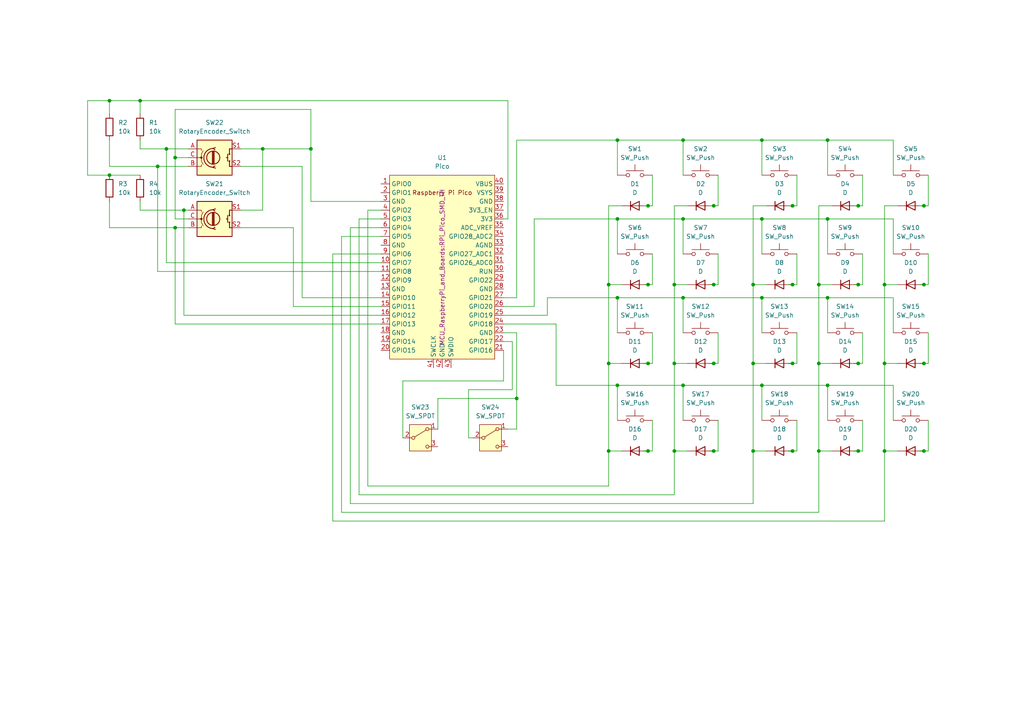
<source format=kicad_sch>
(kicad_sch (version 20231120) (generator "eeschema") (generator_version "8.0")
  (paper "A4")
  (title_block (title "FS MFD") (date "2024-07-09") (rev "1.0 revA") (company "Gustaf Lindström"))
  (lib_symbols
    (symbol "Device:D" (pin_numbers hide) (pin_names (offset 1.016) hide)
      (property "Reference" "D" (at 0 2.54 0))
      (property "Value" "D" (at 0 -2.54 0))
      (symbol "D_0_1"
        (polyline (pts (xy -1.27 1.27) (xy -1.27 -1.27)) (stroke (width 0.254)))
        (polyline (pts (xy 1.27 0) (xy -1.27 0)))
        (polyline (pts (xy 1.27 1.27) (xy 1.27 -1.27) (xy -1.27 0) (xy 1.27 1.27)) (stroke (width 0.254)))
      )
      (symbol "D_1_1"
        (pin passive line (at -3.81 0 0) (length 2.54) (name "K") (number "1"))
        (pin passive line (at 3.81 0 180) (length 2.54) (name "A") (number "2"))
      )
    )
    (symbol "Device:R" (pin_numbers hide) (pin_names (offset 0))
      (property "Reference" "R" (at 2.032 0 90))
      (property "Value" "R" (at 0 0 90))
      (symbol "R_0_1"
        (rectangle (start -1.016 -2.54) (end 1.016 2.54) (stroke (width 0.254)))
      )
      (symbol "R_1_1"
        (pin passive line (at 0 3.81 270) (length 1.27) (name "~") (number "1"))
        (pin passive line (at 0 -3.81 90) (length 1.27) (name "~") (number "2"))
      )
    )
    (symbol "Device:RotaryEncoder_Switch" (pin_names (offset 0.254) hide)
      (property "Reference" "SW" (at 0 6.604 0))
      (property "Value" "RotaryEncoder_Switch" (at 0 -6.604 0))
      (symbol "RotaryEncoder_Switch_0_1"
        (rectangle (start -5.08 5.08) (end 5.08 -5.08) (stroke (width 0.254)) (fill (type background)))
        (circle (center -3.81 0) (radius 0.254) (fill (type outline)))
        (circle (center -0.381 0) (radius 1.905) (stroke (width 0.254)))
        (arc (start -0.381 2.667) (mid -3.0988 -0.0635) (end -0.381 -2.794) (stroke (width 0.254)))
        (polyline (pts (xy -0.635 -1.778) (xy -0.635 1.778)) (stroke (width 0.254)))
        (polyline (pts (xy -0.381 -1.778) (xy -0.381 1.778)) (stroke (width 0.254)))
        (polyline (pts (xy -0.127 1.778) (xy -0.127 -1.778)) (stroke (width 0.254)))
        (polyline (pts (xy 3.81 0) (xy 3.429 0)) (stroke (width 0.254)))
        (polyline (pts (xy 3.81 1.016) (xy 3.81 -1.016)) (stroke (width 0.254)))
        (polyline (pts (xy -5.08 -2.54) (xy -3.81 -2.54) (xy -3.81 -2.032)))
        (polyline (pts (xy -5.08 2.54) (xy -3.81 2.54) (xy -3.81 2.032)))
        (polyline (pts (xy 0.254 -3.048) (xy -0.508 -2.794) (xy 0.127 -2.413)) (stroke (width 0.254)))
        (polyline (pts (xy 0.254 2.921) (xy -0.508 2.667) (xy 0.127 2.286)) (stroke (width 0.254)))
        (polyline (pts (xy 5.08 -2.54) (xy 4.318 -2.54) (xy 4.318 -1.016)) (stroke (width 0.254)))
        (polyline (pts (xy 5.08 2.54) (xy 4.318 2.54) (xy 4.318 1.016)) (stroke (width 0.254)))
        (polyline (pts (xy -5.08 0) (xy -3.81 0) (xy -3.81 -1.016) (xy -3.302 -2.032)))
        (polyline (pts (xy -4.318 0) (xy -3.81 0) (xy -3.81 1.016) (xy -3.302 2.032)))
        (circle (center 4.318 -1.016) (radius 0.127) (stroke (width 0.254)))
        (circle (center 4.318 1.016) (radius 0.127) (stroke (width 0.254)))
      )
      (symbol "RotaryEncoder_Switch_1_1"
        (pin passive line (at -7.62 2.54 0) (length 2.54) (name "A") (number "A"))
        (pin passive line (at -7.62 -2.54 0) (length 2.54) (name "B") (number "B"))
        (pin passive line (at -7.62 0 0) (length 2.54) (name "C") (number "C"))
        (pin passive line (at 7.62 2.54 180) (length 2.54) (name "S1") (number "S1"))
        (pin passive line (at 7.62 -2.54 180) (length 2.54) (name "S2") (number "S2"))
      )
    )
    (symbol "MCU_RaspberryPi_and_Boards:Pico"
      (property "Reference" "U" (at -13.97 27.94 0))
      (property "Value" "Pico" (at 0 19.05 0))
      (symbol "Pico_0_0"
        (text "Raspberry Pi Pico" (at 0 21.59 0) (effects (font (size 1.27 1.27))))
      )
      (symbol "Pico_0_1"
        (rectangle (start -15.24 26.67) (end 15.24 -26.67) (fill (type background)))
      )
      (symbol "Pico_1_1"
        (pin bidirectional line (at -17.78 24.13 0) (length 2.54) (name "GPIO0") (number "1"))
        (pin bidirectional line (at -17.78 1.27 0) (length 2.54) (name "GPIO7") (number "10"))
        (pin bidirectional line (at -17.78 -1.27 0) (length 2.54) (name "GPIO8") (number "11"))
        (pin bidirectional line (at -17.78 -3.81 0) (length 2.54) (name "GPIO9") (number "12"))
        (pin power_in line (at -17.78 -6.35 0) (length 2.54) (name "GND") (number "13"))
        (pin bidirectional line (at -17.78 -8.89 0) (length 2.54) (name "GPIO10") (number "14"))
        (pin bidirectional line (at -17.78 -11.43 0) (length 2.54) (name "GPIO11") (number "15"))
        (pin bidirectional line (at -17.78 -13.97 0) (length 2.54) (name "GPIO12") (number "16"))
        (pin bidirectional line (at -17.78 -16.51 0) (length 2.54) (name "GPIO13") (number "17"))
        (pin power_in line (at -17.78 -19.05 0) (length 2.54) (name "GND") (number "18"))
        (pin bidirectional line (at -17.78 -21.59 0) (length 2.54) (name "GPIO14") (number "19"))
        (pin bidirectional line (at -17.78 21.59 0) (length 2.54) (name "GPIO1") (number "2"))
        (pin bidirectional line (at -17.78 -24.13 0) (length 2.54) (name "GPIO15") (number "20"))
        (pin bidirectional line (at 17.78 -24.13 180) (length 2.54) (name "GPIO16") (number "21"))
        (pin bidirectional line (at 17.78 -21.59 180) (length 2.54) (name "GPIO17") (number "22"))
        (pin power_in line (at 17.78 -19.05 180) (length 2.54) (name "GND") (number "23"))
        (pin bidirectional line (at 17.78 -16.51 180) (length 2.54) (name "GPIO18") (number "24"))
        (pin bidirectional line (at 17.78 -13.97 180) (length 2.54) (name "GPIO19") (number "25"))
        (pin bidirectional line (at 17.78 -11.43 180) (length 2.54) (name "GPIO20") (number "26"))
        (pin bidirectional line (at 17.78 -8.89 180) (length 2.54) (name "GPIO21") (number "27"))
        (pin power_in line (at 17.78 -6.35 180) (length 2.54) (name "GND") (number "28"))
        (pin bidirectional line (at 17.78 -3.81 180) (length 2.54) (name "GPIO22") (number "29"))
        (pin power_in line (at -17.78 19.05 0) (length 2.54) (name "GND") (number "3"))
        (pin input line (at 17.78 -1.27 180) (length 2.54) (name "RUN") (number "30"))
        (pin bidirectional line (at 17.78 1.27 180) (length 2.54) (name "GPIO26_ADC0") (number "31"))
        (pin bidirectional line (at 17.78 3.81 180) (length 2.54) (name "GPIO27_ADC1") (number "32"))
        (pin power_in line (at 17.78 6.35 180) (length 2.54) (name "AGND") (number "33"))
        (pin bidirectional line (at 17.78 8.89 180) (length 2.54) (name "GPIO28_ADC2") (number "34"))
        (pin power_in line (at 17.78 11.43 180) (length 2.54) (name "ADC_VREF") (number "35"))
        (pin power_in line (at 17.78 13.97 180) (length 2.54) (name "3V3") (number "36"))
        (pin input line (at 17.78 16.51 180) (length 2.54) (name "3V3_EN") (number "37"))
        (pin bidirectional line (at 17.78 19.05 180) (length 2.54) (name "GND") (number "38"))
        (pin power_in line (at 17.78 21.59 180) (length 2.54) (name "VSYS") (number "39"))
        (pin bidirectional line (at -17.78 16.51 0) (length 2.54) (name "GPIO2") (number "4"))
        (pin power_in line (at 17.78 24.13 180) (length 2.54) (name "VBUS") (number "40"))
        (pin input line (at -2.54 -29.21 90) (length 2.54) (name "SWCLK") (number "41"))
        (pin power_in line (at 0 -29.21 90) (length 2.54) (name "GND") (number "42"))
        (pin bidirectional line (at 2.54 -29.21 90) (length 2.54) (name "SWDIO") (number "43"))
        (pin bidirectional line (at -17.78 13.97 0) (length 2.54) (name "GPIO3") (number "5"))
        (pin bidirectional line (at -17.78 11.43 0) (length 2.54) (name "GPIO4") (number "6"))
        (pin bidirectional line (at -17.78 8.89 0) (length 2.54) (name "GPIO5") (number "7"))
        (pin power_in line (at -17.78 6.35 0) (length 2.54) (name "GND") (number "8"))
        (pin bidirectional line (at -17.78 3.81 0) (length 2.54) (name "GPIO6") (number "9"))
      )
    )
    (symbol "Switch:SW_Push" (pin_numbers hide) (pin_names (offset 1.016) hide)
      (property "Reference" "SW" (at 1.27 2.54 0))
      (property "Value" "SW_Push" (at 0 -1.524 0))
      (symbol "SW_Push_0_1"
        (circle (center -2.032 0) (radius 0.508))
        (polyline (pts (xy 0 1.27) (xy 0 3.048)))
        (polyline (pts (xy 2.54 1.27) (xy -2.54 1.27)))
        (circle (center 2.032 0) (radius 0.508))
        (pin passive line (at -5.08 0 0) (length 2.54) (name "1") (number "1"))
        (pin passive line (at 5.08 0 180) (length 2.54) (name "2") (number "2"))
      )
    )
    (symbol "Switch:SW_SPDT" (pin_names (offset 0) hide)
      (property "Reference" "SW" (at 0 5.08 0))
      (property "Value" "SW_SPDT" (at 0 -5.08 0))
      (symbol "SW_SPDT_0_1"
        (circle (center -2.032 0) (radius 0.4572))
        (polyline (pts (xy -1.651 0.254) (xy 1.651 2.286)))
        (circle (center 2.032 -2.54) (radius 0.4572))
        (circle (center 2.032 2.54) (radius 0.4572))
      )
      (symbol "SW_SPDT_1_1"
        (rectangle (start -3.175 3.81) (end 3.175 -3.81) (fill (type background)))
        (pin passive line (at 5.08 2.54 180) (length 2.54) (name "A") (number "1"))
        (pin passive line (at -5.08 0 0) (length 2.54) (name "B") (number "2"))
        (pin passive line (at 5.08 -2.54 180) (length 2.54) (name "C") (number "3"))
      )
    )
  )
  (junction (at 240.03 86.36))
  (junction (at 198.12 63.5))
  (junction (at 176.53 130.81))
  (junction (at 256.54 82.55))
  (junction (at 218.44 105.41))
  (junction (at 179.07 86.36))
  (junction (at 90.17 43.18))
  (junction (at 45.72 48.26))
  (junction (at 267.97 105.41))
  (junction (at 248.92 130.81))
  (junction (at 187.96 105.41))
  (junction (at 248.92 105.41))
  (junction (at 195.58 130.81))
  (junction (at 267.97 82.55))
  (junction (at 50.8 66.04))
  (junction (at 248.92 82.55))
  (junction (at 207.01 130.81))
  (junction (at 179.07 111.76))
  (junction (at 76.2 43.18))
  (junction (at 195.58 105.41))
  (junction (at 31.75 50.8))
  (junction (at 207.01 105.41))
  (junction (at 229.87 82.55))
  (junction (at 237.49 130.81))
  (junction (at 240.03 111.76))
  (junction (at 220.98 40.64))
  (junction (at 248.92 59.69))
  (junction (at 198.12 40.64))
  (junction (at 229.87 105.41))
  (junction (at 187.96 82.55))
  (junction (at 50.8 45.72))
  (junction (at 207.01 59.69))
  (junction (at 240.03 40.64))
  (junction (at 256.54 130.81))
  (junction (at 229.87 59.69))
  (junction (at 218.44 130.81))
  (junction (at 48.26 43.18))
  (junction (at 220.98 86.36))
  (junction (at 220.98 111.76))
  (junction (at 237.49 82.55))
  (junction (at 218.44 82.55))
  (junction (at 229.87 130.81))
  (junction (at 176.53 105.41))
  (junction (at 256.54 105.41))
  (junction (at 198.12 86.36))
  (junction (at 207.01 82.55))
  (junction (at 267.97 59.69))
  (junction (at 187.96 130.81))
  (junction (at 240.03 63.5))
  (junction (at 40.64 29.21))
  (junction (at 179.07 63.5))
  (junction (at 195.58 82.55))
  (junction (at 198.12 111.76))
  (junction (at 31.75 29.21))
  (junction (at 179.07 40.64))
  (junction (at 176.53 82.55))
  (junction (at 187.96 59.69))
  (junction (at 149.86 115.57))
  (junction (at 237.49 105.41))
  (junction (at 267.97 130.81))
  (junction (at 220.98 63.5))
  (junction (at 53.34 60.96))
  (wire (pts (xy 237.49 82.55) (xy 241.3 82.55)))
  (wire (pts (xy 40.64 43.18) (xy 48.26 43.18)))
  (wire (pts (xy 269.24 121.92) (xy 269.24 130.81)))
  (wire (pts (xy 259.08 86.36) (xy 259.08 96.52)))
  (wire (pts (xy 240.03 63.5) (xy 240.03 73.66)))
  (wire (pts (xy 146.05 110.49) (xy 146.05 101.6)))
  (wire (pts (xy 40.64 29.21) (xy 31.75 29.21)))
  (wire (pts (xy 149.86 40.64) (xy 149.86 86.36)))
  (wire (pts (xy 229.87 59.69) (xy 231.14 59.69)))
  (wire (pts (xy 237.49 59.69) (xy 237.49 82.55)))
  (wire (pts (xy 25.4 50.8) (xy 31.75 50.8)))
  (wire (pts (xy 96.52 73.66) (xy 96.52 151.13)))
  (wire (pts (xy 31.75 58.42) (xy 31.75 66.04)))
  (wire (pts (xy 40.64 40.64) (xy 40.64 43.18)))
  (wire (pts (xy 195.58 59.69) (xy 195.58 82.55)))
  (wire (pts (xy 259.08 111.76) (xy 259.08 121.92)))
  (wire (pts (xy 69.85 66.04) (xy 85.09 66.04)))
  (wire (pts (xy 176.53 105.41) (xy 180.34 105.41)))
  (wire (pts (xy 135.89 127) (xy 137.16 127)))
  (wire (pts (xy 31.75 48.26) (xy 45.72 48.26)))
  (wire (pts (xy 240.03 86.36) (xy 240.03 96.52)))
  (wire (pts (xy 85.09 66.04) (xy 85.09 88.9)))
  (wire (pts (xy 158.75 86.36) (xy 158.75 91.44)))
  (wire (pts (xy 87.63 86.36) (xy 110.49 86.36)))
  (wire (pts (xy 228.6 82.55) (xy 229.87 82.55)))
  (wire (pts (xy 220.98 40.64) (xy 220.98 50.8)))
  (wire (pts (xy 256.54 82.55) (xy 260.35 82.55)))
  (wire (pts (xy 50.8 66.04) (xy 50.8 93.98)))
  (wire (pts (xy 99.06 68.58) (xy 110.49 68.58)))
  (wire (pts (xy 195.58 105.41) (xy 199.39 105.41)))
  (wire (pts (xy 154.94 63.5) (xy 179.07 63.5)))
  (wire (pts (xy 147.32 63.5) (xy 147.32 29.21)))
  (wire (pts (xy 256.54 130.81) (xy 256.54 151.13)))
  (wire (pts (xy 198.12 40.64) (xy 220.98 40.64)))
  (wire (pts (xy 256.54 130.81) (xy 260.35 130.81)))
  (wire (pts (xy 179.07 40.64) (xy 198.12 40.64)))
  (wire (pts (xy 198.12 63.5) (xy 198.12 73.66)))
  (wire (pts (xy 218.44 146.05) (xy 101.6 146.05)))
  (wire (pts (xy 240.03 40.64) (xy 240.03 50.8)))
  (wire (pts (xy 237.49 105.41) (xy 241.3 105.41)))
  (wire (pts (xy 179.07 86.36) (xy 179.07 96.52)))
  (wire (pts (xy 116.84 110.49) (xy 146.05 110.49)))
  (wire (pts (xy 269.24 96.52) (xy 269.24 105.41)))
  (wire (pts (xy 50.8 93.98) (xy 110.49 93.98)))
  (wire (pts (xy 218.44 130.81) (xy 222.25 130.81)))
  (wire (pts (xy 218.44 82.55) (xy 222.25 82.55)))
  (wire (pts (xy 53.34 91.44) (xy 110.49 91.44)))
  (wire (pts (xy 218.44 105.41) (xy 222.25 105.41)))
  (wire (pts (xy 266.7 130.81) (xy 267.97 130.81)))
  (wire (pts (xy 229.87 130.81) (xy 231.14 130.81)))
  (wire (pts (xy 198.12 63.5) (xy 179.07 63.5)))
  (wire (pts (xy 266.7 82.55) (xy 267.97 82.55)))
  (wire (pts (xy 198.12 40.64) (xy 198.12 50.8)))
  (wire (pts (xy 267.97 130.81) (xy 269.24 130.81)))
  (wire (pts (xy 247.65 105.41) (xy 248.92 105.41)))
  (wire (pts (xy 228.6 105.41) (xy 229.87 105.41)))
  (wire (pts (xy 104.14 63.5) (xy 104.14 143.51)))
  (wire (pts (xy 90.17 43.18) (xy 90.17 31.75)))
  (wire (pts (xy 237.49 130.81) (xy 237.49 148.59)))
  (wire (pts (xy 220.98 111.76) (xy 240.03 111.76)))
  (wire (pts (xy 76.2 60.96) (xy 69.85 60.96)))
  (wire (pts (xy 247.65 59.69) (xy 248.92 59.69)))
  (wire (pts (xy 90.17 31.75) (xy 50.8 31.75)))
  (wire (pts (xy 231.14 96.52) (xy 231.14 105.41)))
  (wire (pts (xy 250.19 121.92) (xy 250.19 130.81)))
  (wire (pts (xy 45.72 48.26) (xy 45.72 78.74)))
  (wire (pts (xy 176.53 130.81) (xy 176.53 140.97)))
  (wire (pts (xy 31.75 29.21) (xy 25.4 29.21)))
  (wire (pts (xy 50.8 31.75) (xy 50.8 45.72)))
  (wire (pts (xy 198.12 86.36) (xy 220.98 86.36)))
  (wire (pts (xy 48.26 43.18) (xy 48.26 76.2)))
  (wire (pts (xy 101.6 146.05) (xy 101.6 66.04)))
  (wire (pts (xy 218.44 105.41) (xy 218.44 130.81)))
  (wire (pts (xy 240.03 111.76) (xy 240.03 121.92)))
  (wire (pts (xy 248.92 59.69) (xy 250.19 59.69)))
  (wire (pts (xy 179.07 40.64) (xy 179.07 50.8)))
  (wire (pts (xy 87.63 48.26) (xy 87.63 86.36)))
  (wire (pts (xy 205.74 82.55) (xy 207.01 82.55)))
  (wire (pts (xy 154.94 88.9) (xy 146.05 88.9)))
  (wire (pts (xy 48.26 76.2) (xy 110.49 76.2)))
  (wire (pts (xy 76.2 43.18) (xy 76.2 60.96)))
  (wire (pts (xy 186.69 105.41) (xy 187.96 105.41)))
  (wire (pts (xy 220.98 40.64) (xy 240.03 40.64)))
  (wire (pts (xy 256.54 59.69) (xy 260.35 59.69)))
  (wire (pts (xy 231.14 73.66) (xy 231.14 82.55)))
  (wire (pts (xy 146.05 86.36) (xy 149.86 86.36)))
  (wire (pts (xy 149.86 124.46) (xy 147.32 124.46)))
  (wire (pts (xy 179.07 86.36) (xy 158.75 86.36)))
  (wire (pts (xy 147.32 29.21) (xy 40.64 29.21)))
  (wire (pts (xy 186.69 82.55) (xy 187.96 82.55)))
  (wire (pts (xy 231.14 50.8) (xy 231.14 59.69)))
  (wire (pts (xy 101.6 66.04) (xy 110.49 66.04)))
  (wire (pts (xy 154.94 63.5) (xy 154.94 88.9)))
  (wire (pts (xy 176.53 59.69) (xy 176.53 82.55)))
  (wire (pts (xy 237.49 59.69) (xy 241.3 59.69)))
  (wire (pts (xy 99.06 148.59) (xy 99.06 68.58)))
  (wire (pts (xy 207.01 82.55) (xy 208.28 82.55)))
  (wire (pts (xy 149.86 115.57) (xy 149.86 124.46)))
  (wire (pts (xy 31.75 29.21) (xy 31.75 33.02)))
  (wire (pts (xy 208.28 121.92) (xy 208.28 130.81)))
  (wire (pts (xy 50.8 45.72) (xy 54.61 45.72)))
  (wire (pts (xy 267.97 82.55) (xy 269.24 82.55)))
  (wire (pts (xy 248.92 105.41) (xy 250.19 105.41)))
  (wire (pts (xy 127 124.46) (xy 127 115.57)))
  (wire (pts (xy 69.85 43.18) (xy 76.2 43.18)))
  (wire (pts (xy 127 115.57) (xy 149.86 115.57)))
  (wire (pts (xy 40.64 29.21) (xy 40.64 33.02)))
  (wire (pts (xy 228.6 130.81) (xy 229.87 130.81)))
  (wire (pts (xy 218.44 130.81) (xy 218.44 146.05)))
  (wire (pts (xy 31.75 40.64) (xy 31.75 48.26)))
  (wire (pts (xy 195.58 105.41) (xy 195.58 130.81)))
  (wire (pts (xy 208.28 73.66) (xy 208.28 82.55)))
  (wire (pts (xy 269.24 50.8) (xy 269.24 59.69)))
  (wire (pts (xy 237.49 82.55) (xy 237.49 105.41)))
  (wire (pts (xy 220.98 86.36) (xy 240.03 86.36)))
  (wire (pts (xy 45.72 78.74) (xy 110.49 78.74)))
  (wire (pts (xy 179.07 63.5) (xy 179.07 73.66)))
  (wire (pts (xy 237.49 148.59) (xy 99.06 148.59)))
  (wire (pts (xy 195.58 130.81) (xy 195.58 143.51)))
  (wire (pts (xy 116.84 127) (xy 116.84 110.49)))
  (wire (pts (xy 250.19 50.8) (xy 250.19 59.69)))
  (wire (pts (xy 195.58 82.55) (xy 199.39 82.55)))
  (wire (pts (xy 135.89 113.03) (xy 148.59 113.03)))
  (wire (pts (xy 250.19 73.66) (xy 250.19 82.55)))
  (wire (pts (xy 54.61 48.26) (xy 45.72 48.26)))
  (wire (pts (xy 218.44 82.55) (xy 218.44 105.41)))
  (wire (pts (xy 176.53 130.81) (xy 180.34 130.81)))
  (wire (pts (xy 256.54 105.41) (xy 256.54 130.81)))
  (wire (pts (xy 158.75 91.44) (xy 146.05 91.44)))
  (wire (pts (xy 186.69 130.81) (xy 187.96 130.81)))
  (wire (pts (xy 259.08 63.5) (xy 240.03 63.5)))
  (wire (pts (xy 187.96 130.81) (xy 189.23 130.81)))
  (wire (pts (xy 267.97 59.69) (xy 269.24 59.69)))
  (wire (pts (xy 179.07 111.76) (xy 198.12 111.76)))
  (wire (pts (xy 176.53 105.41) (xy 176.53 130.81)))
  (wire (pts (xy 176.53 140.97) (xy 106.68 140.97)))
  (wire (pts (xy 220.98 111.76) (xy 220.98 121.92)))
  (wire (pts (xy 161.29 111.76) (xy 161.29 93.98)))
  (wire (pts (xy 256.54 105.41) (xy 260.35 105.41)))
  (wire (pts (xy 148.59 113.03) (xy 148.59 99.06)))
  (wire (pts (xy 267.97 105.41) (xy 269.24 105.41)))
  (wire (pts (xy 186.69 59.69) (xy 187.96 59.69)))
  (wire (pts (xy 240.03 86.36) (xy 259.08 86.36)))
  (wire (pts (xy 228.6 59.69) (xy 229.87 59.69)))
  (wire (pts (xy 207.01 105.41) (xy 208.28 105.41)))
  (wire (pts (xy 106.68 60.96) (xy 110.49 60.96)))
  (wire (pts (xy 146.05 96.52) (xy 149.86 96.52)))
  (wire (pts (xy 146.05 63.5) (xy 147.32 63.5)))
  (wire (pts (xy 161.29 93.98) (xy 146.05 93.98)))
  (wire (pts (xy 179.07 40.64) (xy 149.86 40.64)))
  (wire (pts (xy 31.75 66.04) (xy 50.8 66.04)))
  (wire (pts (xy 76.2 43.18) (xy 90.17 43.18)))
  (wire (pts (xy 110.49 58.42) (xy 90.17 58.42)))
  (wire (pts (xy 259.08 63.5) (xy 259.08 73.66)))
  (wire (pts (xy 106.68 140.97) (xy 106.68 60.96)))
  (wire (pts (xy 149.86 96.52) (xy 149.86 115.57)))
  (wire (pts (xy 25.4 29.21) (xy 25.4 50.8)))
  (wire (pts (xy 240.03 111.76) (xy 259.08 111.76)))
  (wire (pts (xy 189.23 121.92) (xy 189.23 130.81)))
  (wire (pts (xy 195.58 143.51) (xy 104.14 143.51)))
  (wire (pts (xy 50.8 45.72) (xy 50.8 63.5)))
  (wire (pts (xy 220.98 63.5) (xy 220.98 73.66)))
  (wire (pts (xy 148.59 99.06) (xy 146.05 99.06)))
  (wire (pts (xy 208.28 50.8) (xy 208.28 59.69)))
  (wire (pts (xy 31.75 50.8) (xy 40.64 50.8)))
  (wire (pts (xy 247.65 82.55) (xy 248.92 82.55)))
  (wire (pts (xy 53.34 60.96) (xy 53.34 91.44)))
  (wire (pts (xy 205.74 105.41) (xy 207.01 105.41)))
  (wire (pts (xy 247.65 130.81) (xy 248.92 130.81)))
  (wire (pts (xy 195.58 82.55) (xy 195.58 105.41)))
  (wire (pts (xy 195.58 130.81) (xy 199.39 130.81)))
  (wire (pts (xy 256.54 59.69) (xy 256.54 82.55)))
  (wire (pts (xy 85.09 88.9) (xy 110.49 88.9)))
  (wire (pts (xy 54.61 60.96) (xy 53.34 60.96)))
  (wire (pts (xy 220.98 86.36) (xy 220.98 96.52)))
  (wire (pts (xy 54.61 66.04) (xy 50.8 66.04)))
  (wire (pts (xy 187.96 105.41) (xy 189.23 105.41)))
  (wire (pts (xy 69.85 48.26) (xy 87.63 48.26)))
  (wire (pts (xy 179.07 111.76) (xy 179.07 121.92)))
  (wire (pts (xy 195.58 59.69) (xy 199.39 59.69)))
  (wire (pts (xy 240.03 40.64) (xy 259.08 40.64)))
  (wire (pts (xy 269.24 73.66) (xy 269.24 82.55)))
  (wire (pts (xy 250.19 96.52) (xy 250.19 105.41)))
  (wire (pts (xy 189.23 73.66) (xy 189.23 82.55)))
  (wire (pts (xy 40.64 58.42) (xy 40.64 60.96)))
  (wire (pts (xy 266.7 59.69) (xy 267.97 59.69)))
  (wire (pts (xy 248.92 82.55) (xy 250.19 82.55)))
  (wire (pts (xy 198.12 111.76) (xy 220.98 111.76)))
  (wire (pts (xy 220.98 63.5) (xy 198.12 63.5)))
  (wire (pts (xy 40.64 60.96) (xy 53.34 60.96)))
  (wire (pts (xy 240.03 63.5) (xy 220.98 63.5)))
  (wire (pts (xy 161.29 111.76) (xy 179.07 111.76)))
  (wire (pts (xy 256.54 82.55) (xy 256.54 105.41)))
  (wire (pts (xy 256.54 151.13) (xy 96.52 151.13)))
  (wire (pts (xy 207.01 59.69) (xy 208.28 59.69)))
  (wire (pts (xy 205.74 130.81) (xy 207.01 130.81)))
  (wire (pts (xy 54.61 43.18) (xy 48.26 43.18)))
  (wire (pts (xy 90.17 58.42) (xy 90.17 43.18)))
  (wire (pts (xy 135.89 127) (xy 135.89 113.03)))
  (wire (pts (xy 231.14 121.92) (xy 231.14 130.81)))
  (wire (pts (xy 229.87 105.41) (xy 231.14 105.41)))
  (wire (pts (xy 208.28 96.52) (xy 208.28 105.41)))
  (wire (pts (xy 218.44 59.69) (xy 218.44 82.55)))
  (wire (pts (xy 50.8 63.5) (xy 54.61 63.5)))
  (wire (pts (xy 237.49 105.41) (xy 237.49 130.81)))
  (wire (pts (xy 176.53 82.55) (xy 180.34 82.55)))
  (wire (pts (xy 218.44 59.69) (xy 222.25 59.69)))
  (wire (pts (xy 198.12 86.36) (xy 198.12 96.52)))
  (wire (pts (xy 198.12 111.76) (xy 198.12 121.92)))
  (wire (pts (xy 104.14 63.5) (xy 110.49 63.5)))
  (wire (pts (xy 110.49 73.66) (xy 96.52 73.66)))
  (wire (pts (xy 237.49 130.81) (xy 241.3 130.81)))
  (wire (pts (xy 229.87 82.55) (xy 231.14 82.55)))
  (wire (pts (xy 179.07 86.36) (xy 198.12 86.36)))
  (wire (pts (xy 189.23 50.8) (xy 189.23 59.69)))
  (wire (pts (xy 205.74 59.69) (xy 207.01 59.69)))
  (wire (pts (xy 187.96 82.55) (xy 189.23 82.55)))
  (wire (pts (xy 266.7 105.41) (xy 267.97 105.41)))
  (wire (pts (xy 248.92 130.81) (xy 250.19 130.81)))
  (wire (pts (xy 176.53 59.69) (xy 180.34 59.69)))
  (wire (pts (xy 187.96 59.69) (xy 189.23 59.69)))
  (wire (pts (xy 189.23 96.52) (xy 189.23 105.41)))
  (wire (pts (xy 207.01 130.81) (xy 208.28 130.81)))
  (wire (pts (xy 176.53 82.55) (xy 176.53 105.41)))
  (wire (pts (xy 259.08 40.64) (xy 259.08 50.8)))
  (symbol (lib_id "Device:D") (at 184.15 59.69 0) (unit 1)
    (property "Reference" "D1" (at 184.15 53.34 0))
    (property "Value" "D" (at 184.15 55.88 0))
    (property "Footprint" "Diode_THT:D_A-405_P10.16mm_Horizontal" (effects (hide yes)))
    (property "Description" "Diode" (effects (hide yes)))
    (property "Sim.Device" "D" (effects (hide yes)))
    (property "Sim.Pins" "1=K 2=A" (effects (hide yes)))
  )
  (symbol (lib_id "Device:D") (at 226.06 130.81 0) (unit 1)
    (property "Reference" "D18" (at 226.06 124.46 0))
    (property "Value" "D" (at 226.06 127 0))
    (property "Footprint" "Diode_THT:D_A-405_P10.16mm_Horizontal" (effects (hide yes)))
    (property "Description" "Diode" (effects (hide yes)))
    (property "Sim.Device" "D" (effects (hide yes)))
    (property "Sim.Pins" "1=K 2=A" (effects (hide yes)))
  )
  (symbol (lib_id "Device:D") (at 184.15 130.81 0) (unit 1)
    (property "Reference" "D16" (at 184.15 124.46 0))
    (property "Value" "D" (at 184.15 127 0))
    (property "Footprint" "Diode_THT:D_A-405_P10.16mm_Horizontal" (effects (hide yes)))
    (property "Description" "Diode" (effects (hide yes)))
    (property "Sim.Device" "D" (effects (hide yes)))
    (property "Sim.Pins" "1=K 2=A" (effects (hide yes)))
  )
  (symbol (lib_id "Switch:SW_Push") (at 203.2 73.66 0) (unit 1)
    (property "Reference" "SW7" (at 203.2 66.04 0))
    (property "Value" "SW_Push" (at 203.2 68.58 0))
    (property "Footprint" "Button_Switch_THT:SW_PUSH-12mm" (effects (hide yes)))
    (property "Description" "Push button switch, generic, two pins" (effects (hide yes)))
  )
  (symbol (lib_id "Device:R") (at 31.75 54.61 0) (unit 1)
    (property "Reference" "R3" (at 34.29 53.3399 0) (effects (justify left)))
    (property "Value" "10k" (at 34.29 55.8799 0) (effects (justify left)))
    (property "Footprint" "Resistor_THT:R_Axial_DIN0204_L3.6mm_D1.6mm_P5.08mm_Horizontal" (effects (hide yes)))
    (property "Description" "Resistor" (effects (hide yes)))
  )
  (symbol (lib_id "Device:D") (at 245.11 82.55 0) (unit 1)
    (property "Reference" "D9" (at 245.11 76.2 0))
    (property "Value" "D" (at 245.11 78.74 0))
    (property "Footprint" "Diode_THT:D_A-405_P10.16mm_Horizontal" (effects (hide yes)))
    (property "Description" "Diode" (effects (hide yes)))
    (property "Sim.Device" "D" (effects (hide yes)))
    (property "Sim.Pins" "1=K 2=A" (effects (hide yes)))
  )
  (symbol (lib_id "Device:D") (at 226.06 105.41 0) (unit 1)
    (property "Reference" "D13" (at 226.06 99.06 0))
    (property "Value" "D" (at 226.06 101.6 0))
    (property "Footprint" "Diode_THT:D_A-405_P10.16mm_Horizontal" (effects (hide yes)))
    (property "Description" "Diode" (effects (hide yes)))
    (property "Sim.Device" "D" (effects (hide yes)))
    (property "Sim.Pins" "1=K 2=A" (effects (hide yes)))
  )
  (symbol (lib_id "Device:D") (at 264.16 59.69 0) (unit 1)
    (property "Reference" "D5" (at 264.16 53.34 0))
    (property "Value" "D" (at 264.16 55.88 0))
    (property "Footprint" "Diode_THT:D_A-405_P10.16mm_Horizontal" (effects (hide yes)))
    (property "Description" "Diode" (effects (hide yes)))
    (property "Sim.Device" "D" (effects (hide yes)))
    (property "Sim.Pins" "1=K 2=A" (effects (hide yes)))
  )
  (symbol (lib_id "Device:D") (at 203.2 130.81 0) (unit 1)
    (property "Reference" "D17" (at 203.2 124.46 0))
    (property "Value" "D" (at 203.2 127 0))
    (property "Footprint" "Diode_THT:D_A-405_P10.16mm_Horizontal" (effects (hide yes)))
    (property "Description" "Diode" (effects (hide yes)))
    (property "Sim.Device" "D" (effects (hide yes)))
    (property "Sim.Pins" "1=K 2=A" (effects (hide yes)))
  )
  (symbol (lib_id "Switch:SW_Push") (at 226.06 96.52 0) (unit 1)
    (property "Reference" "SW13" (at 226.06 88.9 0))
    (property "Value" "SW_Push" (at 226.06 91.44 0))
    (property "Footprint" "Button_Switch_THT:SW_PUSH-12mm" (effects (hide yes)))
    (property "Description" "Push button switch, generic, two pins" (effects (hide yes)))
  )
  (symbol (lib_id "Device:D") (at 226.06 59.69 0) (unit 1)
    (property "Reference" "D3" (at 226.06 53.34 0))
    (property "Value" "D" (at 226.06 55.88 0))
    (property "Footprint" "Diode_THT:D_A-405_P10.16mm_Horizontal" (effects (hide yes)))
    (property "Description" "Diode" (effects (hide yes)))
    (property "Sim.Device" "D" (effects (hide yes)))
    (property "Sim.Pins" "1=K 2=A" (effects (hide yes)))
  )
  (symbol (lib_id "Device:D") (at 203.2 105.41 0) (unit 1)
    (property "Reference" "D12" (at 203.2 99.06 0))
    (property "Value" "D" (at 203.2 101.6 0))
    (property "Footprint" "Diode_THT:D_A-405_P10.16mm_Horizontal" (effects (hide yes)))
    (property "Description" "Diode" (effects (hide yes)))
    (property "Sim.Device" "D" (effects (hide yes)))
    (property "Sim.Pins" "1=K 2=A" (effects (hide yes)))
  )
  (symbol (lib_id "Switch:SW_Push") (at 203.2 96.52 0) (unit 1)
    (property "Reference" "SW12" (at 203.2 88.9 0))
    (property "Value" "SW_Push" (at 203.2 91.44 0))
    (property "Footprint" "Button_Switch_THT:SW_PUSH-12mm" (effects (hide yes)))
    (property "Description" "Push button switch, generic, two pins" (effects (hide yes)))
  )
  (symbol (lib_id "Device:R") (at 40.64 36.83 0) (unit 1)
    (property "Reference" "R1" (at 43.18 35.5599 0) (effects (justify left)))
    (property "Value" "10k" (at 43.18 38.0999 0) (effects (justify left)))
    (property "Footprint" "Resistor_THT:R_Axial_DIN0204_L3.6mm_D1.6mm_P5.08mm_Horizontal" (effects (hide yes)))
    (property "Description" "Resistor" (effects (hide yes)))
  )
  (symbol (lib_id "Device:RotaryEncoder_Switch") (at 62.23 63.5 0) (unit 1)
    (property "Reference" "SW21" (at 62.23 53.34 0))
    (property "Value" "RotaryEncoder_Switch" (at 62.23 55.88 0))
    (property "Footprint" "Rotary_Encoder:RotaryEncoder_Alps_EC11E-Switch_Vertical_H20mm" (effects (hide yes)))
    (property "Description" "Rotary encoder, dual channel, incremental quadrate outputs, with switch" (effects (hide yes)))
  )
  (symbol (lib_id "Switch:SW_Push") (at 245.11 50.8 0) (unit 1)
    (property "Reference" "SW4" (at 245.11 43.18 0))
    (property "Value" "SW_Push" (at 245.11 45.72 0))
    (property "Footprint" "Button_Switch_THT:SW_PUSH-12mm" (effects (hide yes)))
    (property "Description" "Push button switch, generic, two pins" (effects (hide yes)))
  )
  (symbol (lib_id "Switch:SW_Push") (at 184.15 96.52 0) (unit 1)
    (property "Reference" "SW11" (at 184.15 88.9 0))
    (property "Value" "SW_Push" (at 184.15 91.44 0))
    (property "Footprint" "Button_Switch_THT:SW_PUSH-12mm" (effects (hide yes)))
    (property "Description" "Push button switch, generic, two pins" (effects (hide yes)))
  )
  (symbol (lib_id "Device:D") (at 203.2 59.69 0) (unit 1)
    (property "Reference" "D2" (at 203.2 53.34 0))
    (property "Value" "D" (at 203.2 55.88 0))
    (property "Footprint" "Diode_THT:D_A-405_P10.16mm_Horizontal" (effects (hide yes)))
    (property "Description" "Diode" (effects (hide yes)))
    (property "Sim.Device" "D" (effects (hide yes)))
    (property "Sim.Pins" "1=K 2=A" (effects (hide yes)))
  )
  (symbol (lib_id "Device:R") (at 40.64 54.61 0) (unit 1)
    (property "Reference" "R4" (at 43.18 53.3399 0) (effects (justify left)))
    (property "Value" "10k" (at 43.18 55.8799 0) (effects (justify left)))
    (property "Footprint" "Resistor_THT:R_Axial_DIN0204_L3.6mm_D1.6mm_P5.08mm_Horizontal" (effects (hide yes)))
    (property "Description" "Resistor" (effects (hide yes)))
  )
  (symbol (lib_id "Device:D") (at 264.16 105.41 0) (unit 1)
    (property "Reference" "D15" (at 264.16 99.06 0))
    (property "Value" "D" (at 264.16 101.6 0))
    (property "Footprint" "Diode_THT:D_A-405_P10.16mm_Horizontal" (effects (hide yes)))
    (property "Description" "Diode" (effects (hide yes)))
    (property "Sim.Device" "D" (effects (hide yes)))
    (property "Sim.Pins" "1=K 2=A" (effects (hide yes)))
  )
  (symbol (lib_id "Switch:SW_Push") (at 203.2 121.92 0) (unit 1)
    (property "Reference" "SW17" (at 203.2 114.3 0))
    (property "Value" "SW_Push" (at 203.2 116.84 0))
    (property "Footprint" "Button_Switch_THT:SW_PUSH-12mm" (effects (hide yes)))
    (property "Description" "Push button switch, generic, two pins" (effects (hide yes)))
  )
  (symbol (lib_id "Device:R") (at 31.75 36.83 0) (unit 1)
    (property "Reference" "R2" (at 34.29 35.5599 0) (effects (justify left)))
    (property "Value" "10k" (at 34.29 38.0999 0) (effects (justify left)))
    (property "Footprint" "Resistor_THT:R_Axial_DIN0204_L3.6mm_D1.6mm_P5.08mm_Horizontal" (effects (hide yes)))
    (property "Description" "Resistor" (effects (hide yes)))
  )
  (symbol (lib_id "Switch:SW_Push") (at 184.15 50.8 0) (unit 1)
    (property "Reference" "SW1" (at 184.15 43.18 0))
    (property "Value" "SW_Push" (at 184.15 45.72 0))
    (property "Footprint" "Button_Switch_THT:SW_PUSH-12mm" (effects (hide yes)))
    (property "Description" "Push button switch, generic, two pins" (effects (hide yes)))
  )
  (symbol (lib_id "Switch:SW_Push") (at 245.11 73.66 0) (unit 1)
    (property "Reference" "SW9" (at 245.11 66.04 0))
    (property "Value" "SW_Push" (at 245.11 68.58 0))
    (property "Footprint" "Button_Switch_THT:SW_PUSH-12mm" (effects (hide yes)))
    (property "Description" "Push button switch, generic, two pins" (effects (hide yes)))
  )
  (symbol (lib_id "Switch:SW_Push") (at 203.2 50.8 0) (unit 1)
    (property "Reference" "SW2" (at 203.2 43.18 0))
    (property "Value" "SW_Push" (at 203.2 45.72 0))
    (property "Footprint" "Button_Switch_THT:SW_PUSH-12mm" (effects (hide yes)))
    (property "Description" "Push button switch, generic, two pins" (effects (hide yes)))
  )
  (symbol (lib_id "MCU_RaspberryPi_and_Boards:Pico") (at 128.27 77.47 0) (unit 1)
    (property "Reference" "U1" (at 128.27 45.72 0))
    (property "Value" "Pico" (at 128.27 48.26 0))
    (property "Footprint" "MCU_RaspberryPi_and_Boards:RPi_Pico_SMD_TH" (at 128.27 77.47 90))
  )
  (symbol (lib_id "Switch:SW_Push") (at 226.06 50.8 0) (unit 1)
    (property "Reference" "SW3" (at 226.06 43.18 0))
    (property "Value" "SW_Push" (at 226.06 45.72 0))
    (property "Footprint" "Button_Switch_THT:SW_PUSH-12mm" (effects (hide yes)))
    (property "Description" "Push button switch, generic, two pins" (effects (hide yes)))
  )
  (symbol (lib_id "Switch:SW_Push") (at 184.15 73.66 0) (unit 1)
    (property "Reference" "SW6" (at 184.15 66.04 0))
    (property "Value" "SW_Push" (at 184.15 68.58 0))
    (property "Footprint" "Button_Switch_THT:SW_PUSH-12mm" (effects (hide yes)))
    (property "Description" "Push button switch, generic, two pins" (effects (hide yes)))
  )
  (symbol (lib_id "Switch:SW_Push") (at 184.15 121.92 0) (unit 1)
    (property "Reference" "SW16" (at 184.15 114.3 0))
    (property "Value" "SW_Push" (at 184.15 116.84 0))
    (property "Footprint" "Button_Switch_THT:SW_PUSH-12mm" (effects (hide yes)))
    (property "Description" "Push button switch, generic, two pins" (effects (hide yes)))
  )
  (symbol (lib_id "Device:RotaryEncoder_Switch") (at 62.23 45.72 0) (unit 1)
    (property "Reference" "SW22" (at 62.23 35.56 0))
    (property "Value" "RotaryEncoder_Switch" (at 62.23 38.1 0))
    (property "Footprint" "Rotary_Encoder:RotaryEncoder_Alps_EC11E-Switch_Vertical_H20mm" (effects (hide yes)))
    (property "Description" "Rotary encoder, dual channel, incremental quadrate outputs, with switch" (effects (hide yes)))
  )
  (symbol (lib_id "Device:D") (at 245.11 130.81 0) (unit 1)
    (property "Reference" "D19" (at 245.11 124.46 0))
    (property "Value" "D" (at 245.11 127 0))
    (property "Footprint" "Diode_THT:D_A-405_P10.16mm_Horizontal" (effects (hide yes)))
    (property "Description" "Diode" (effects (hide yes)))
    (property "Sim.Device" "D" (effects (hide yes)))
    (property "Sim.Pins" "1=K 2=A" (effects (hide yes)))
  )
  (symbol (lib_id "Device:D") (at 245.11 59.69 0) (unit 1)
    (property "Reference" "D4" (at 245.11 53.34 0))
    (property "Value" "D" (at 245.11 55.88 0))
    (property "Footprint" "Diode_THT:D_A-405_P10.16mm_Horizontal" (effects (hide yes)))
    (property "Description" "Diode" (effects (hide yes)))
    (property "Sim.Device" "D" (effects (hide yes)))
    (property "Sim.Pins" "1=K 2=A" (effects (hide yes)))
  )
  (symbol (lib_id "Switch:SW_Push") (at 264.16 96.52 0) (unit 1)
    (property "Reference" "SW15" (at 264.16 88.9 0))
    (property "Value" "SW_Push" (at 264.16 91.44 0))
    (property "Footprint" "Button_Switch_THT:SW_PUSH-12mm" (effects (hide yes)))
    (property "Description" "Push button switch, generic, two pins" (effects (hide yes)))
  )
  (symbol (lib_id "Switch:SW_SPDT") (at 142.24 127 0) (unit 1)
    (property "Reference" "SW24" (at 142.24 118.11 0))
    (property "Value" "SW_SPDT" (at 142.24 120.65 0))
    (property "Footprint" "100SP1T1B4M2QE:SW_100SP1T1B4M2QE" (effects (hide yes)))
    (property "Description" "Switch, single pole double throw" (effects (hide yes)))
  )
  (symbol (lib_id "Switch:SW_Push") (at 226.06 73.66 0) (unit 1)
    (property "Reference" "SW8" (at 226.06 66.04 0))
    (property "Value" "SW_Push" (at 226.06 68.58 0))
    (property "Footprint" "Button_Switch_THT:SW_PUSH-12mm" (effects (hide yes)))
    (property "Description" "Push button switch, generic, two pins" (effects (hide yes)))
  )
  (symbol (lib_id "Switch:SW_SPDT") (at 121.92 127 0) (unit 1)
    (property "Reference" "SW23" (at 121.92 118.11 0))
    (property "Value" "SW_SPDT" (at 121.92 120.65 0))
    (property "Footprint" "100SP1T1B4M2QE:SW_100SP1T1B4M2QE" (effects (hide yes)))
    (property "Description" "Switch, single pole double throw" (effects (hide yes)))
  )
  (symbol (lib_id "Switch:SW_Push") (at 264.16 121.92 0) (unit 1)
    (property "Reference" "SW20" (at 264.16 114.3 0))
    (property "Value" "SW_Push" (at 264.16 116.84 0))
    (property "Footprint" "Button_Switch_THT:SW_PUSH-12mm" (effects (hide yes)))
    (property "Description" "Push button switch, generic, two pins" (effects (hide yes)))
  )
  (symbol (lib_id "Device:D") (at 184.15 105.41 0) (unit 1)
    (property "Reference" "D11" (at 184.15 99.06 0))
    (property "Value" "D" (at 184.15 101.6 0))
    (property "Footprint" "Diode_THT:D_A-405_P10.16mm_Horizontal" (effects (hide yes)))
    (property "Description" "Diode" (effects (hide yes)))
    (property "Sim.Device" "D" (effects (hide yes)))
    (property "Sim.Pins" "1=K 2=A" (effects (hide yes)))
  )
  (symbol (lib_id "Switch:SW_Push") (at 264.16 73.66 0) (unit 1)
    (property "Reference" "SW10" (at 264.16 66.04 0))
    (property "Value" "SW_Push" (at 264.16 68.58 0))
    (property "Footprint" "Button_Switch_THT:SW_PUSH-12mm" (effects (hide yes)))
    (property "Description" "Push button switch, generic, two pins" (effects (hide yes)))
  )
  (symbol (lib_id "Device:D") (at 203.2 82.55 0) (unit 1)
    (property "Reference" "D7" (at 203.2 76.2 0))
    (property "Value" "D" (at 203.2 78.74 0))
    (property "Footprint" "Diode_THT:D_A-405_P10.16mm_Horizontal" (effects (hide yes)))
    (property "Description" "Diode" (effects (hide yes)))
    (property "Sim.Device" "D" (effects (hide yes)))
    (property "Sim.Pins" "1=K 2=A" (effects (hide yes)))
  )
  (symbol (lib_id "Switch:SW_Push") (at 226.06 121.92 0) (unit 1)
    (property "Reference" "SW18" (at 226.06 114.3 0))
    (property "Value" "SW_Push" (at 226.06 116.84 0))
    (property "Footprint" "Button_Switch_THT:SW_PUSH-12mm" (effects (hide yes)))
    (property "Description" "Push button switch, generic, two pins" (effects (hide yes)))
  )
  (symbol (lib_id "Device:D") (at 245.11 105.41 0) (unit 1)
    (property "Reference" "D14" (at 245.11 99.06 0))
    (property "Value" "D" (at 245.11 101.6 0))
    (property "Footprint" "Diode_THT:D_A-405_P10.16mm_Horizontal" (effects (hide yes)))
    (property "Description" "Diode" (effects (hide yes)))
    (property "Sim.Device" "D" (effects (hide yes)))
    (property "Sim.Pins" "1=K 2=A" (effects (hide yes)))
  )
  (symbol (lib_id "Device:D") (at 184.15 82.55 0) (unit 1)
    (property "Reference" "D6" (at 184.15 76.2 0))
    (property "Value" "D" (at 184.15 78.74 0))
    (property "Footprint" "Diode_THT:D_A-405_P10.16mm_Horizontal" (effects (hide yes)))
    (property "Description" "Diode" (effects (hide yes)))
    (property "Sim.Device" "D" (effects (hide yes)))
    (property "Sim.Pins" "1=K 2=A" (effects (hide yes)))
  )
  (symbol (lib_id "Device:D") (at 226.06 82.55 0) (unit 1)
    (property "Reference" "D8" (at 226.06 76.2 0))
    (property "Value" "D" (at 226.06 78.74 0))
    (property "Footprint" "Diode_THT:D_A-405_P10.16mm_Horizontal" (effects (hide yes)))
    (property "Description" "Diode" (effects (hide yes)))
    (property "Sim.Device" "D" (effects (hide yes)))
    (property "Sim.Pins" "1=K 2=A" (effects (hide yes)))
  )
  (symbol (lib_id "Switch:SW_Push") (at 264.16 50.8 0) (unit 1)
    (property "Reference" "SW5" (at 264.16 43.18 0))
    (property "Value" "SW_Push" (at 264.16 45.72 0))
    (property "Footprint" "Button_Switch_THT:SW_PUSH-12mm" (effects (hide yes)))
    (property "Description" "Push button switch, generic, two pins" (effects (hide yes)))
  )
  (symbol (lib_id "Switch:SW_Push") (at 245.11 96.52 0) (unit 1)
    (property "Reference" "SW14" (at 245.11 88.9 0))
    (property "Value" "SW_Push" (at 245.11 91.44 0))
    (property "Footprint" "Button_Switch_THT:SW_PUSH-12mm" (effects (hide yes)))
    (property "Description" "Push button switch, generic, two pins" (effects (hide yes)))
  )
  (symbol (lib_id "Switch:SW_Push") (at 245.11 121.92 0) (unit 1)
    (property "Reference" "SW19" (at 245.11 114.3 0))
    (property "Value" "SW_Push" (at 245.11 116.84 0))
    (property "Footprint" "Button_Switch_THT:SW_PUSH-12mm" (effects (hide yes)))
    (property "Description" "Push button switch, generic, two pins" (effects (hide yes)))
  )
  (symbol (lib_id "Device:D") (at 264.16 130.81 0) (unit 1)
    (property "Reference" "D20" (at 264.16 124.46 0))
    (property "Value" "D" (at 264.16 127 0))
    (property "Footprint" "Diode_THT:D_A-405_P10.16mm_Horizontal" (effects (hide yes)))
    (property "Description" "Diode" (effects (hide yes)))
    (property "Sim.Device" "D" (effects (hide yes)))
    (property "Sim.Pins" "1=K 2=A" (effects (hide yes)))
  )
  (symbol (lib_id "Device:D") (at 264.16 82.55 0) (unit 1)
    (property "Reference" "D10" (at 264.16 76.2 0))
    (property "Value" "D" (at 264.16 78.74 0))
    (property "Footprint" "Diode_THT:D_A-405_P10.16mm_Horizontal" (effects (hide yes)))
    (property "Description" "Diode" (effects (hide yes)))
    (property "Sim.Device" "D" (effects (hide yes)))
    (property "Sim.Pins" "1=K 2=A" (effects (hide yes)))
  )
)
</source>
